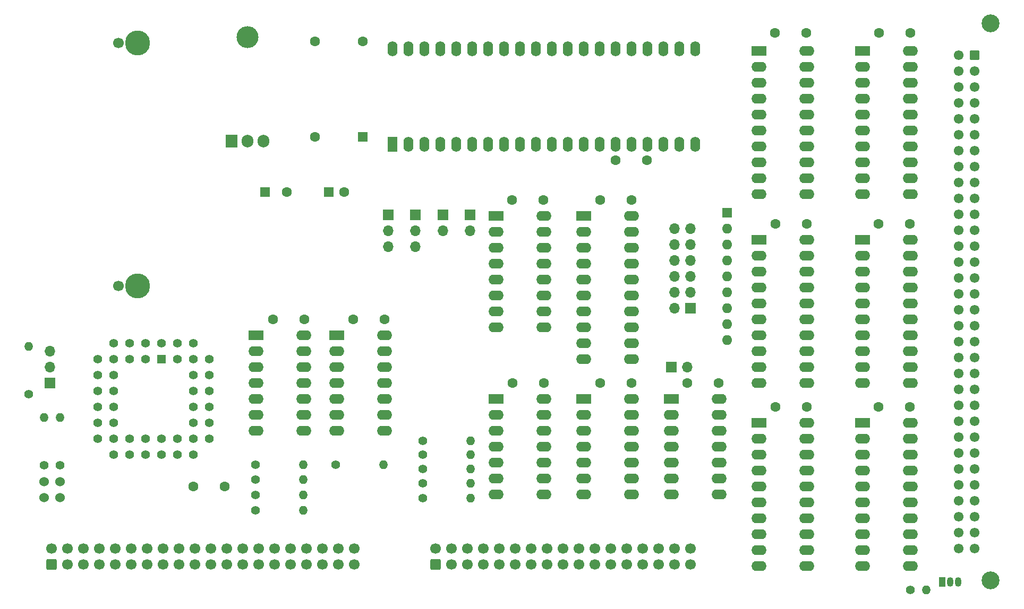
<source format=gbr>
%TF.GenerationSoftware,KiCad,Pcbnew,(6.0.4)*%
%TF.CreationDate,2022-10-24T21:41:38+02:00*%
%TF.ProjectId,Z80-IDE,5a38302d-4944-4452-9e6b-696361645f70,rev?*%
%TF.SameCoordinates,Original*%
%TF.FileFunction,Soldermask,Bot*%
%TF.FilePolarity,Negative*%
%FSLAX46Y46*%
G04 Gerber Fmt 4.6, Leading zero omitted, Abs format (unit mm)*
G04 Created by KiCad (PCBNEW (6.0.4)) date 2022-10-24 21:41:38*
%MOMM*%
%LPD*%
G01*
G04 APERTURE LIST*
G04 Aperture macros list*
%AMRoundRect*
0 Rectangle with rounded corners*
0 $1 Rounding radius*
0 $2 $3 $4 $5 $6 $7 $8 $9 X,Y pos of 4 corners*
0 Add a 4 corners polygon primitive as box body*
4,1,4,$2,$3,$4,$5,$6,$7,$8,$9,$2,$3,0*
0 Add four circle primitives for the rounded corners*
1,1,$1+$1,$2,$3*
1,1,$1+$1,$4,$5*
1,1,$1+$1,$6,$7*
1,1,$1+$1,$8,$9*
0 Add four rect primitives between the rounded corners*
20,1,$1+$1,$2,$3,$4,$5,0*
20,1,$1+$1,$4,$5,$6,$7,0*
20,1,$1+$1,$6,$7,$8,$9,0*
20,1,$1+$1,$8,$9,$2,$3,0*%
G04 Aperture macros list end*
%ADD10C,1.400000*%
%ADD11O,1.400000X1.400000*%
%ADD12R,1.050000X1.500000*%
%ADD13O,1.050000X1.500000*%
%ADD14C,1.600000*%
%ADD15R,1.700000X1.700000*%
%ADD16O,1.700000X1.700000*%
%ADD17R,2.400000X1.600000*%
%ADD18O,2.400000X1.600000*%
%ADD19R,1.600000X1.600000*%
%ADD20O,3.500000X3.500000*%
%ADD21R,1.905000X2.000000*%
%ADD22O,1.905000X2.000000*%
%ADD23R,1.600000X2.400000*%
%ADD24O,1.600000X2.400000*%
%ADD25R,1.422400X1.422400*%
%ADD26C,1.422400*%
%ADD27C,2.850000*%
%ADD28RoundRect,0.249999X-0.525001X0.525001X-0.525001X-0.525001X0.525001X-0.525001X0.525001X0.525001X0*%
%ADD29C,1.550000*%
%ADD30O,1.600000X1.600000*%
%ADD31RoundRect,0.250000X0.600000X-0.600000X0.600000X0.600000X-0.600000X0.600000X-0.600000X-0.600000X0*%
%ADD32C,1.700000*%
%ADD33C,3.990000*%
%ADD34C,1.524000*%
G04 APERTURE END LIST*
D10*
%TO.C,R1*%
X214630000Y-134620000D03*
D11*
X217170000Y-134620000D03*
%TD*%
D12*
%TO.C,Q1*%
X219710000Y-133350000D03*
D13*
X220980000Y-133350000D03*
X222250000Y-133350000D03*
%TD*%
D14*
%TO.C,C12*%
X156210000Y-101600000D03*
X151210000Y-101600000D03*
%TD*%
D10*
%TO.C,R4*%
X76581000Y-114731800D03*
D11*
X76581000Y-107111800D03*
%TD*%
D15*
%TO.C,JP6*%
X135737600Y-74752200D03*
D16*
X135737600Y-77292200D03*
X135737600Y-79832200D03*
%TD*%
D10*
%TO.C,R11*%
X136906000Y-110769400D03*
D11*
X144526000Y-110769400D03*
%TD*%
D17*
%TO.C,U12*%
X148590000Y-74930000D03*
D18*
X148590000Y-77470000D03*
X148590000Y-80010000D03*
X148590000Y-82550000D03*
X148590000Y-85090000D03*
X148590000Y-87630000D03*
X148590000Y-90170000D03*
X148590000Y-92710000D03*
X156210000Y-92710000D03*
X156210000Y-90170000D03*
X156210000Y-87630000D03*
X156210000Y-85090000D03*
X156210000Y-82550000D03*
X156210000Y-80010000D03*
X156210000Y-77470000D03*
X156210000Y-74930000D03*
%TD*%
D14*
%TO.C,C15*%
X170180000Y-72390000D03*
X165180000Y-72390000D03*
%TD*%
D19*
%TO.C,X1*%
X127330200Y-62306200D03*
D14*
X127330200Y-47066200D03*
X119710200Y-47066200D03*
X119710200Y-62306200D03*
%TD*%
%TO.C,C4*%
X214575000Y-105415000D03*
X209575000Y-105415000D03*
%TD*%
D10*
%TO.C,R9*%
X74117200Y-103312200D03*
D11*
X74117200Y-95692200D03*
%TD*%
D14*
%TO.C,C1*%
X198105000Y-76205000D03*
X193105000Y-76205000D03*
%TD*%
D17*
%TO.C,U6*%
X123190000Y-93980000D03*
D18*
X123190000Y-96520000D03*
X123190000Y-99060000D03*
X123190000Y-101600000D03*
X123190000Y-104140000D03*
X123190000Y-106680000D03*
X123190000Y-109220000D03*
X130810000Y-109220000D03*
X130810000Y-106680000D03*
X130810000Y-104140000D03*
X130810000Y-101600000D03*
X130810000Y-99060000D03*
X130810000Y-96520000D03*
X130810000Y-93980000D03*
%TD*%
D19*
%TO.C,C17*%
X121920000Y-71120000D03*
D14*
X124420000Y-71120000D03*
%TD*%
D17*
%TO.C,U5*%
X206995000Y-107955000D03*
D18*
X206995000Y-110495000D03*
X206995000Y-113035000D03*
X206995000Y-115575000D03*
X206995000Y-118115000D03*
X206995000Y-120655000D03*
X206995000Y-123195000D03*
X206995000Y-125735000D03*
X206995000Y-128275000D03*
X206995000Y-130815000D03*
X214615000Y-130815000D03*
X214615000Y-128275000D03*
X214615000Y-125735000D03*
X214615000Y-123195000D03*
X214615000Y-120655000D03*
X214615000Y-118115000D03*
X214615000Y-115575000D03*
X214615000Y-113035000D03*
X214615000Y-110495000D03*
X214615000Y-107955000D03*
%TD*%
D20*
%TO.C,U15*%
X108966000Y-46332000D03*
D21*
X106426000Y-62992000D03*
D22*
X108966000Y-62992000D03*
X111506000Y-62992000D03*
%TD*%
D14*
%TO.C,C9*%
X118070000Y-91440000D03*
X113070000Y-91440000D03*
%TD*%
D17*
%TO.C,U9*%
X190485000Y-48524000D03*
D18*
X190485000Y-51064000D03*
X190485000Y-53604000D03*
X190485000Y-56144000D03*
X190485000Y-58684000D03*
X190485000Y-61224000D03*
X190485000Y-63764000D03*
X190485000Y-66304000D03*
X190485000Y-68844000D03*
X190485000Y-71384000D03*
X198105000Y-71384000D03*
X198105000Y-68844000D03*
X198105000Y-66304000D03*
X198105000Y-63764000D03*
X198105000Y-61224000D03*
X198105000Y-58684000D03*
X198105000Y-56144000D03*
X198105000Y-53604000D03*
X198105000Y-51064000D03*
X198105000Y-48524000D03*
%TD*%
D10*
%TO.C,R2*%
X123037600Y-114604800D03*
D11*
X130657600Y-114604800D03*
%TD*%
D14*
%TO.C,C6*%
X105370000Y-118110000D03*
X100370000Y-118110000D03*
%TD*%
D10*
%TO.C,R3*%
X79095600Y-114731800D03*
D11*
X79095600Y-107111800D03*
%TD*%
D23*
%TO.C,U13*%
X132080000Y-63500000D03*
D24*
X134620000Y-63500000D03*
X137160000Y-63500000D03*
X139700000Y-63500000D03*
X142240000Y-63500000D03*
X144780000Y-63500000D03*
X147320000Y-63500000D03*
X149860000Y-63500000D03*
X152400000Y-63500000D03*
X154940000Y-63500000D03*
X157480000Y-63500000D03*
X160020000Y-63500000D03*
X162560000Y-63500000D03*
X165100000Y-63500000D03*
X167640000Y-63500000D03*
X170180000Y-63500000D03*
X172720000Y-63500000D03*
X175260000Y-63500000D03*
X177800000Y-63500000D03*
X180340000Y-63500000D03*
X180340000Y-48260000D03*
X177800000Y-48260000D03*
X175260000Y-48260000D03*
X172720000Y-48260000D03*
X170180000Y-48260000D03*
X167640000Y-48260000D03*
X165100000Y-48260000D03*
X162560000Y-48260000D03*
X160020000Y-48260000D03*
X157480000Y-48260000D03*
X154940000Y-48260000D03*
X152400000Y-48260000D03*
X149860000Y-48260000D03*
X147320000Y-48260000D03*
X144780000Y-48260000D03*
X142240000Y-48260000D03*
X139700000Y-48260000D03*
X137160000Y-48260000D03*
X134620000Y-48260000D03*
X132080000Y-48260000D03*
%TD*%
D15*
%TO.C,JP4*%
X140106400Y-74752200D03*
D16*
X140106400Y-77292200D03*
%TD*%
D10*
%TO.C,R12*%
X136906000Y-113030000D03*
D11*
X144526000Y-113030000D03*
%TD*%
D14*
%TO.C,C8*%
X198025000Y-45725000D03*
X193025000Y-45725000D03*
%TD*%
D25*
%TO.C,U7*%
X95250000Y-97790000D03*
D26*
X92710000Y-95250000D03*
X92710000Y-97790000D03*
X90170000Y-95250000D03*
X90170000Y-97790000D03*
X87630000Y-95250000D03*
X85090000Y-97790000D03*
X87630000Y-97790000D03*
X85090000Y-100330000D03*
X87630000Y-100330000D03*
X85090000Y-102870000D03*
X87630000Y-102870000D03*
X85090000Y-105410000D03*
X87630000Y-105410000D03*
X85090000Y-107950000D03*
X87630000Y-107950000D03*
X85090000Y-110490000D03*
X87630000Y-113030000D03*
X87630000Y-110490000D03*
X90170000Y-113030000D03*
X90170000Y-110490000D03*
X92710000Y-113030000D03*
X92710000Y-110490000D03*
X95250000Y-113030000D03*
X95250000Y-110490000D03*
X97790000Y-113030000D03*
X97790000Y-110490000D03*
X100330000Y-113030000D03*
X102870000Y-110490000D03*
X100330000Y-110490000D03*
X102870000Y-107950000D03*
X100330000Y-107950000D03*
X102870000Y-105410000D03*
X100330000Y-105410000D03*
X102870000Y-102870000D03*
X100330000Y-102870000D03*
X102870000Y-100330000D03*
X100330000Y-100330000D03*
X102870000Y-97790000D03*
X100330000Y-95250000D03*
X100330000Y-97790000D03*
X97790000Y-95250000D03*
X97790000Y-97790000D03*
X95250000Y-95250000D03*
%TD*%
D17*
%TO.C,U4*%
X206995000Y-78745000D03*
D18*
X206995000Y-81285000D03*
X206995000Y-83825000D03*
X206995000Y-86365000D03*
X206995000Y-88905000D03*
X206995000Y-91445000D03*
X206995000Y-93985000D03*
X206995000Y-96525000D03*
X206995000Y-99065000D03*
X206995000Y-101605000D03*
X214615000Y-101605000D03*
X214615000Y-99065000D03*
X214615000Y-96525000D03*
X214615000Y-93985000D03*
X214615000Y-91445000D03*
X214615000Y-88905000D03*
X214615000Y-86365000D03*
X214615000Y-83825000D03*
X214615000Y-81285000D03*
X214615000Y-78745000D03*
%TD*%
D14*
%TO.C,C10*%
X170180000Y-101600000D03*
X165180000Y-101600000D03*
%TD*%
D15*
%TO.C,JP1*%
X179583000Y-89662000D03*
D16*
X177043000Y-89662000D03*
X179583000Y-87122000D03*
X177043000Y-87122000D03*
X179583000Y-84582000D03*
X177043000Y-84582000D03*
X179583000Y-82042000D03*
X177043000Y-82042000D03*
X179583000Y-79502000D03*
X177043000Y-79502000D03*
X179583000Y-76962000D03*
X177043000Y-76962000D03*
%TD*%
D17*
%TO.C,U11*%
X162570000Y-104135000D03*
D18*
X162570000Y-106675000D03*
X162570000Y-109215000D03*
X162570000Y-111755000D03*
X162570000Y-114295000D03*
X162570000Y-116835000D03*
X162570000Y-119375000D03*
X170190000Y-119375000D03*
X170190000Y-116835000D03*
X170190000Y-114295000D03*
X170190000Y-111755000D03*
X170190000Y-109215000D03*
X170190000Y-106675000D03*
X170190000Y-104135000D03*
%TD*%
D17*
%TO.C,U2*%
X190485000Y-78745000D03*
D18*
X190485000Y-81285000D03*
X190485000Y-83825000D03*
X190485000Y-86365000D03*
X190485000Y-88905000D03*
X190485000Y-91445000D03*
X190485000Y-93985000D03*
X190485000Y-96525000D03*
X190485000Y-99065000D03*
X190485000Y-101605000D03*
X198105000Y-101605000D03*
X198105000Y-99065000D03*
X198105000Y-96525000D03*
X198105000Y-93985000D03*
X198105000Y-91445000D03*
X198105000Y-88905000D03*
X198105000Y-86365000D03*
X198105000Y-83825000D03*
X198105000Y-81285000D03*
X198105000Y-78745000D03*
%TD*%
D10*
%TO.C,R10*%
X136906000Y-117602000D03*
D11*
X144526000Y-117602000D03*
%TD*%
D15*
%TO.C,JP2*%
X176530000Y-99060000D03*
D16*
X179070000Y-99060000D03*
%TD*%
D17*
%TO.C,U10*%
X110306800Y-93980000D03*
D18*
X110306800Y-96520000D03*
X110306800Y-99060000D03*
X110306800Y-101600000D03*
X110306800Y-104140000D03*
X110306800Y-106680000D03*
X110306800Y-109220000D03*
X117926800Y-109220000D03*
X117926800Y-106680000D03*
X117926800Y-104140000D03*
X117926800Y-101600000D03*
X117926800Y-99060000D03*
X117926800Y-96520000D03*
X117926800Y-93980000D03*
%TD*%
D27*
%TO.C,J1*%
X227451000Y-44196000D03*
X227451000Y-133096000D03*
D28*
X224911000Y-49276000D03*
D29*
X224911000Y-51816000D03*
X224911000Y-54356000D03*
X224911000Y-56896000D03*
X224911000Y-59436000D03*
X224911000Y-61976000D03*
X224911000Y-64516000D03*
X224911000Y-67056000D03*
X224911000Y-69596000D03*
X224911000Y-72136000D03*
X224911000Y-74676000D03*
X224911000Y-77216000D03*
X224911000Y-79756000D03*
X224911000Y-82296000D03*
X224911000Y-84836000D03*
X224911000Y-87376000D03*
X224911000Y-89916000D03*
X224911000Y-92456000D03*
X224911000Y-94996000D03*
X224911000Y-97536000D03*
X224911000Y-100076000D03*
X224911000Y-102616000D03*
X224911000Y-105156000D03*
X224911000Y-107696000D03*
X224911000Y-110236000D03*
X224911000Y-112776000D03*
X224911000Y-115316000D03*
X224911000Y-117856000D03*
X224911000Y-120396000D03*
X224911000Y-122936000D03*
X224911000Y-125476000D03*
X224911000Y-128016000D03*
X222371000Y-49276000D03*
X222371000Y-51816000D03*
X222371000Y-54356000D03*
X222371000Y-56896000D03*
X222371000Y-59436000D03*
X222371000Y-61976000D03*
X222371000Y-64516000D03*
X222371000Y-67056000D03*
X222371000Y-69596000D03*
X222371000Y-72136000D03*
X222371000Y-74676000D03*
X222371000Y-77216000D03*
X222371000Y-79756000D03*
X222371000Y-82296000D03*
X222371000Y-84836000D03*
X222371000Y-87376000D03*
X222371000Y-89916000D03*
X222371000Y-92456000D03*
X222371000Y-94996000D03*
X222371000Y-97536000D03*
X222371000Y-100076000D03*
X222371000Y-102616000D03*
X222371000Y-105156000D03*
X222371000Y-107696000D03*
X222371000Y-110236000D03*
X222371000Y-112776000D03*
X222371000Y-115316000D03*
X222371000Y-117856000D03*
X222371000Y-120396000D03*
X222371000Y-122936000D03*
X222371000Y-125476000D03*
X222371000Y-128016000D03*
%TD*%
D19*
%TO.C,RN1*%
X185420000Y-74422000D03*
D30*
X185420000Y-76962000D03*
X185420000Y-79502000D03*
X185420000Y-82042000D03*
X185420000Y-84582000D03*
X185420000Y-87122000D03*
X185420000Y-89662000D03*
X185420000Y-92202000D03*
X185420000Y-94742000D03*
%TD*%
D14*
%TO.C,C5*%
X130810000Y-91440000D03*
X125810000Y-91440000D03*
%TD*%
D10*
%TO.C,R8*%
X110261400Y-119456200D03*
D11*
X117881400Y-119456200D03*
%TD*%
D15*
%TO.C,JP5*%
X77470000Y-101600000D03*
D16*
X77470000Y-99060000D03*
X77470000Y-96520000D03*
%TD*%
D14*
%TO.C,C3*%
X214575000Y-76205000D03*
X209575000Y-76205000D03*
%TD*%
D31*
%TO.C,J2*%
X77724000Y-130546500D03*
D32*
X77724000Y-128006500D03*
X80264000Y-130546500D03*
X80264000Y-128006500D03*
X82804000Y-130546500D03*
X82804000Y-128006500D03*
X85344000Y-130546500D03*
X85344000Y-128006500D03*
X87884000Y-130546500D03*
X87884000Y-128006500D03*
X90424000Y-130546500D03*
X90424000Y-128006500D03*
X92964000Y-130546500D03*
X92964000Y-128006500D03*
X95504000Y-130546500D03*
X95504000Y-128006500D03*
X98044000Y-130546500D03*
X98044000Y-128006500D03*
X100584000Y-130546500D03*
X100584000Y-128006500D03*
X103124000Y-130546500D03*
X103124000Y-128006500D03*
X105664000Y-130546500D03*
X105664000Y-128006500D03*
X108204000Y-130546500D03*
X108204000Y-128006500D03*
X110744000Y-130546500D03*
X110744000Y-128006500D03*
X113284000Y-130546500D03*
X113284000Y-128006500D03*
X115824000Y-130546500D03*
X115824000Y-128006500D03*
X118364000Y-130546500D03*
X118364000Y-128006500D03*
X120904000Y-130546500D03*
X120904000Y-128006500D03*
X123444000Y-130546500D03*
X123444000Y-128006500D03*
X125984000Y-130546500D03*
X125984000Y-128006500D03*
%TD*%
D10*
%TO.C,R7*%
X110261400Y-117017400D03*
D11*
X117881400Y-117017400D03*
%TD*%
D14*
%TO.C,C13*%
X167640000Y-66040000D03*
X172640000Y-66040000D03*
%TD*%
D19*
%TO.C,C16*%
X111760000Y-71120000D03*
D14*
X115260000Y-71120000D03*
%TD*%
D15*
%TO.C,JP7*%
X131419600Y-74752200D03*
D16*
X131419600Y-77292200D03*
X131419600Y-79832200D03*
%TD*%
D17*
%TO.C,U1*%
X176530000Y-104140000D03*
D18*
X176530000Y-106680000D03*
X176530000Y-109220000D03*
X176530000Y-111760000D03*
X176530000Y-114300000D03*
X176530000Y-116840000D03*
X176530000Y-119380000D03*
X184150000Y-119380000D03*
X184150000Y-116840000D03*
X184150000Y-114300000D03*
X184150000Y-111760000D03*
X184150000Y-109220000D03*
X184150000Y-106680000D03*
X184150000Y-104140000D03*
%TD*%
D14*
%TO.C,C14*%
X184110000Y-101600000D03*
X179110000Y-101600000D03*
%TD*%
D17*
%TO.C,U17*%
X162560000Y-74930000D03*
D18*
X162560000Y-77470000D03*
X162560000Y-80010000D03*
X162560000Y-82550000D03*
X162560000Y-85090000D03*
X162560000Y-87630000D03*
X162560000Y-90170000D03*
X162560000Y-92710000D03*
X162560000Y-95250000D03*
X162560000Y-97790000D03*
X170180000Y-97790000D03*
X170180000Y-95250000D03*
X170180000Y-92710000D03*
X170180000Y-90170000D03*
X170180000Y-87630000D03*
X170180000Y-85090000D03*
X170180000Y-82550000D03*
X170180000Y-80010000D03*
X170180000Y-77470000D03*
X170180000Y-74930000D03*
%TD*%
D10*
%TO.C,R5*%
X110261400Y-121894600D03*
D11*
X117881400Y-121894600D03*
%TD*%
D17*
%TO.C,U16*%
X148590000Y-104135000D03*
D18*
X148590000Y-106675000D03*
X148590000Y-109215000D03*
X148590000Y-111755000D03*
X148590000Y-114295000D03*
X148590000Y-116835000D03*
X148590000Y-119375000D03*
X156210000Y-119375000D03*
X156210000Y-116835000D03*
X156210000Y-114295000D03*
X156210000Y-111755000D03*
X156210000Y-109215000D03*
X156210000Y-106675000D03*
X156210000Y-104135000D03*
%TD*%
D17*
%TO.C,U3*%
X206995000Y-48524000D03*
D18*
X206995000Y-51064000D03*
X206995000Y-53604000D03*
X206995000Y-56144000D03*
X206995000Y-58684000D03*
X206995000Y-61224000D03*
X206995000Y-63764000D03*
X206995000Y-66304000D03*
X206995000Y-68844000D03*
X206995000Y-71384000D03*
X214615000Y-71384000D03*
X214615000Y-68844000D03*
X214615000Y-66304000D03*
X214615000Y-63764000D03*
X214615000Y-61224000D03*
X214615000Y-58684000D03*
X214615000Y-56144000D03*
X214615000Y-53604000D03*
X214615000Y-51064000D03*
X214615000Y-48524000D03*
%TD*%
D32*
%TO.C,CON1*%
X88438400Y-86045000D03*
X88438400Y-47305000D03*
D33*
X91438400Y-47305000D03*
X91438400Y-86045000D03*
%TD*%
D14*
%TO.C,C2*%
X214615000Y-45725000D03*
X209615000Y-45725000D03*
%TD*%
%TO.C,C11*%
X156170000Y-72390000D03*
X151170000Y-72390000D03*
%TD*%
D10*
%TO.C,R14*%
X136906000Y-119913400D03*
D11*
X144526000Y-119913400D03*
%TD*%
D10*
%TO.C,R6*%
X110261400Y-114604800D03*
D11*
X117881400Y-114604800D03*
%TD*%
D14*
%TO.C,C7*%
X198105000Y-105415000D03*
X193105000Y-105415000D03*
%TD*%
D17*
%TO.C,U8*%
X190485000Y-107955000D03*
D18*
X190485000Y-110495000D03*
X190485000Y-113035000D03*
X190485000Y-115575000D03*
X190485000Y-118115000D03*
X190485000Y-120655000D03*
X190485000Y-123195000D03*
X190485000Y-125735000D03*
X190485000Y-128275000D03*
X190485000Y-130815000D03*
X198105000Y-130815000D03*
X198105000Y-128275000D03*
X198105000Y-125735000D03*
X198105000Y-123195000D03*
X198105000Y-120655000D03*
X198105000Y-118115000D03*
X198105000Y-115575000D03*
X198105000Y-113035000D03*
X198105000Y-110495000D03*
X198105000Y-107955000D03*
%TD*%
D15*
%TO.C,JP3*%
X144475200Y-74752200D03*
D16*
X144475200Y-77292200D03*
%TD*%
D10*
%TO.C,R13*%
X136906000Y-115316000D03*
D11*
X144526000Y-115316000D03*
%TD*%
D31*
%TO.C,J3*%
X138938000Y-130546500D03*
D32*
X138938000Y-128006500D03*
X141478000Y-130546500D03*
X141478000Y-128006500D03*
X144018000Y-130546500D03*
X144018000Y-128006500D03*
X146558000Y-130546500D03*
X146558000Y-128006500D03*
X149098000Y-130546500D03*
X149098000Y-128006500D03*
X151638000Y-130546500D03*
X151638000Y-128006500D03*
X154178000Y-130546500D03*
X154178000Y-128006500D03*
X156718000Y-130546500D03*
X156718000Y-128006500D03*
X159258000Y-130546500D03*
X159258000Y-128006500D03*
X161798000Y-130546500D03*
X161798000Y-128006500D03*
X164338000Y-130546500D03*
X164338000Y-128006500D03*
X166878000Y-130546500D03*
X166878000Y-128006500D03*
X169418000Y-130546500D03*
X169418000Y-128006500D03*
X171958000Y-130546500D03*
X171958000Y-128006500D03*
X174498000Y-130546500D03*
X174498000Y-128006500D03*
X177038000Y-130546500D03*
X177038000Y-128006500D03*
X179578000Y-130546500D03*
X179578000Y-128006500D03*
%TD*%
D34*
%TO.C,LED1*%
X79133500Y-117347707D03*
X79133500Y-119887707D03*
X76593500Y-117347707D03*
X76593500Y-119887707D03*
%TD*%
M02*

</source>
